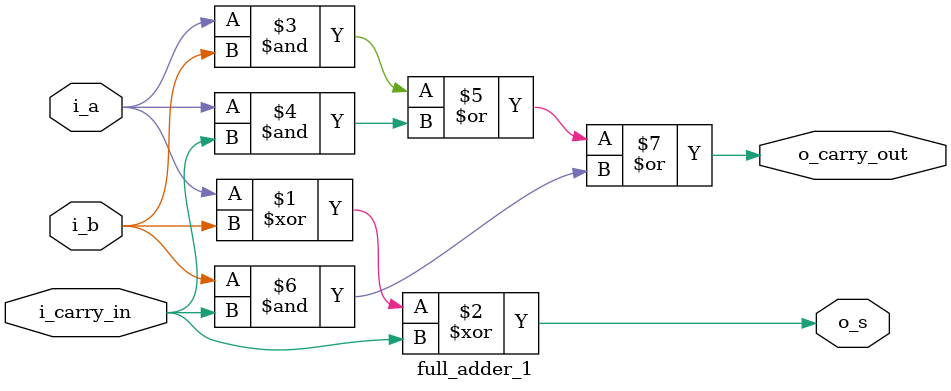
<source format=sv>
/**
 * 1-bit full adder.
 *
 * @param i_a input A.
 * @param i_b input B.
 * @param i_carry_in carry in.
 * @param o_s sum.
 * @param o_carry_out carry out.
 **/
module full_adder_1( input  logic i_a,
                     input  logic i_b,
                     input  logic i_carry_in,
                     output logic o_s,
                     output logic o_carry_out );
                     
  assign o_s = i_a ^ i_b ^ i_carry_in;
  assign o_carry_out = (i_a & i_b) | (i_a & i_carry_in) | (i_b & i_carry_in); 
  
  
endmodule

</source>
